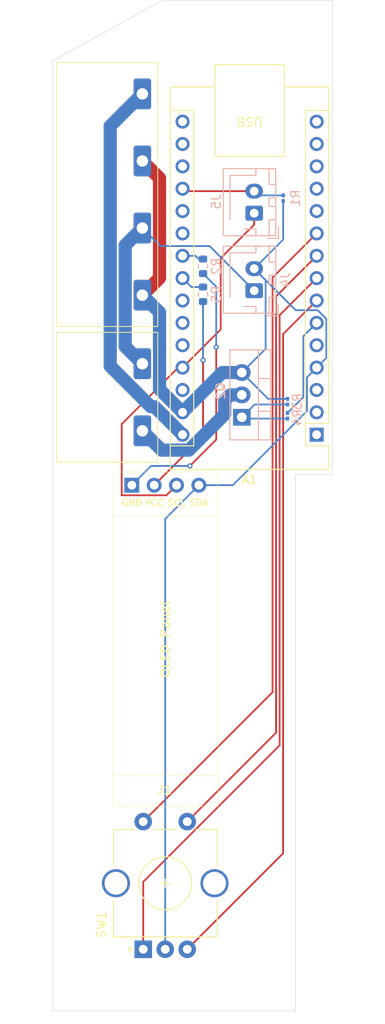
<source format=kicad_pcb>
(kicad_pcb (version 20241229) (generator "pcbnew") (generator_version "9.0")
  (layers (0 "F.Cu" signal) (2 "B.Cu" signal) (13 "F.Paste" user) (15 "B.Paste" user) (5 "F.SilkS" user "F.Silkscreen") (7 "B.SilkS" user "B.Silkscreen") (1 "F.Mask" user) (3 "B.Mask" user) (25 "Edge.Cuts" user))
  (net 0 "")
  (net 3 "GND")
  (net 5 "/Thermistor")
  (net 6 "/EC11SWA")
  (net 7 "/EC11B")
  (net 8 "/EC11SWB")
  (net 14 "+12V")
  (net 16 "/SCL")
  (net 17 "/EC11A")
  (net 19 "/Heater")
  (net 22 "/SDA")
  (net 25 "+5V")
  (net 29 "/Heater GND")
  (net 30 "Net-(Q2-G)")
  (net 31 "+24V")
  (net 32 "Net-(A1-A4)")
  (net 33 "Net-(A1-A5)")
  (footprint "KICADCustom:SSD1306-0.91-OLED-4pin-128x32" (layer "F.Cu") (at 129.215 122.685 90)
    (property "Reference" "J1" (at 1.9 5.91 0) (layer "F.SilkS"))
    (property "Value" "0.91in OLED Display")
    (fp_line (start 38 0) (end 0 0) (stroke (width 0.04)) (layer "F.SilkS"))
    (fp_line (start 33 0) (end 33 12) (stroke (width 0.04)) (layer "F.SilkS"))
    (fp_line (start 3.5 0) (end 3.5 12) (stroke (width 0.04)) (layer "F.SilkS"))
    (fp_line (start 0 0) (end 0 12) (stroke (width 0.04)) (layer "F.SilkS"))
    (fp_line (start 38 12) (end 38 0) (stroke (width 0.04)) (layer "F.SilkS"))
    (fp_line (start 0 12) (end 38 12) (stroke (width 0.04)) (layer "F.SilkS"))
    (fp_text user "VCC" (at 34.5 4.73 0) (layer "F.SilkS") (effects (font (size 0.75 0.75))))
    (fp_text user "GND" (at 34.5 2.19 0) (layer "F.SilkS") (effects (font (size 0.75 0.75))))
    (fp_text user "OLED Panel" (at 19 6 90) (layer "F.SilkS"))
    (fp_text user "SDA" (at 34.5 9.81 0) (layer "F.SilkS") (effects (font (size 0.75 0.75))))
    (fp_text user "SCL" (at 34.5 7.27 0) (layer "F.SilkS") (effects (font (size 0.75 0.75))))
    (pad "1" thru_hole rect (at 36.5 2.19 90) (size 1.7 1.7) (drill 1) (layers "*.Cu" "*.Mask") (net 22 "/SDA"))
    (pad "2" thru_hole oval (at 36.5 4.73 90) (size 1.7 1.7) (drill 1) (layers "*.Cu" "*.Mask") (net 16 "/SCL"))
    (pad "3" thru_hole oval (at 36.5 7.27 90) (size 1.7 1.7) (drill 1) (layers "*.Cu" "*.Mask") (net 25 "+5V"))
    (pad "4" thru_hole oval (at 36.5 9.81 90) (size 1.7 1.7) (drill 1) (layers "*.Cu" "*.Mask") (net 3 "GND"))
  )
  (footprint "MountingHole:MountingHole_3.2mm_M3" (layer "F.Cu") (at 146.5 142.4)
    (property "Reference" "REF**" (hide yes))
    (property "Value" "MountingHole_3.2mm_M3")
    (pad "" np_thru_hole circle (at 0 0) (size 3.2 3.2) (drill 3.2) (layers "*.Cu" "*.Mask"))
  )
  (footprint "Rotary_Encoder:RotaryEncoder_Alps_EC11E-Switch_Vertical_H20mm_CircularMountingHoles" (layer "F.Cu") (at 132.7 138.9 90)
    (property "Reference" "SW1" (at 2.8 -4.7 90) (layer "F.SilkS"))
    (property "Value" "EC11 RotaryEncoder_Switch")
    (fp_line (start 13.6 -3.4) (end 13.6 -1) (stroke (width 0.12)) (layer "F.SilkS"))
    (fp_line (start 9.5 -3.4) (end 13.6 -3.4) (stroke (width 0.12)) (layer "F.SilkS"))
    (fp_line (start 5.5 -3.4) (end 1.4 -3.4) (stroke (width 0.12)) (layer "F.SilkS"))
    (fp_line (start 1.4 -3.4) (end 1.4 8.4) (stroke (width 0.12)) (layer "F.SilkS"))
    (fp_line (start 0.3 -1.6) (end 0 -1.3) (stroke (width 0.12)) (layer "F.SilkS"))
    (fp_line (start -0.3 -1.6) (end 0.3 -1.6) (stroke (width 0.12)) (layer "F.SilkS"))
    (fp_line (start 0 -1.3) (end -0.3 -1.6) (stroke (width 0.12)) (layer "F.SilkS"))
    (fp_line (start 13.6 1.2) (end 13.6 3.8) (stroke (width 0.12)) (layer "F.SilkS"))
    (fp_line (start 7.5 2) (end 7.5 3) (stroke (width 0.12)) (layer "F.SilkS"))
    (fp_line (start 7 2.5) (end 8 2.5) (stroke (width 0.12)) (layer "F.SilkS"))
    (fp_line (start 13.6 6) (end 13.6 8.4) (stroke (width 0.12)) (layer "F.SilkS"))
    (fp_line (start 13.6 8.4) (end 9.5 8.4) (stroke (width 0.12)) (layer "F.SilkS"))
    (fp_line (start 5.5 8.4) (end 1.4 8.4) (stroke (width 0.12)) (layer "F.SilkS"))
    (fp_circle (center 7.5 2.5) (end 10.5 2.5) (stroke (width 0.12)) (fill no) (layer "F.SilkS"))
    (pad "A" thru_hole rect (at 0 0 90) (size 2 2) (drill 1) (layers "*.Cu" "*.Mask") (net 17 "/EC11A"))
    (pad "B" thru_hole circle (at 0 5 90) (size 2 2) (drill 1) (layers "*.Cu" "*.Mask") (net 7 "/EC11B"))
    (pad "C" thru_hole circle (at 0 2.5 90) (size 2 2) (drill 1) (layers "*.Cu" "*.Mask") (net 3 "GND"))
    (pad "MP" thru_hole circle (at 7.5 -3.1 90) (size 3.2 3.2) (drill 2.6) (layers "*.Cu" "*.Mask"))
    (pad "MP" thru_hole circle (at 7.5 8.1 90) (size 3.2 3.2) (drill 2.6) (layers "*.Cu" "*.Mask"))
    (pad "S1" thru_hole circle (at 14.5 5 90) (size 2 2) (drill 1) (layers "*.Cu" "*.Mask") (net 6 "/EC11SWA"))
    (pad "S2" thru_hole circle (at 14.5 0 90) (size 2 2) (drill 1) (layers "*.Cu" "*.Mask") (net 8 "/EC11SWB"))
  )
  (footprint "MountingHole:MountingHole_3.2mm_M3" (layer "F.Cu") (at 136.3 34.6)
    (property "Reference" "REF**" (hide yes))
    (property "Value" "MountingHole_3.2mm_M3")
    (pad "" np_thru_hole circle (at 0 0) (size 3.2 3.2) (drill 3.2) (layers "*.Cu" "*.Mask"))
  )
  (footprint "KICADCustom:Screw Terminal 2 Pin 7.62mmP" (layer "F.Cu") (at 132.6 72.39 -90)
    (property "Reference" "J6" (hide yes))
    (property "Value" "Screw_Terminal_01x02")
    (fp_rect (start -3.56 -1.75) (end 11.18 9.75) (stroke (width 0.1)) (fill no) (layer "F.SilkS"))
    (pad "1" thru_hole roundrect (at 0 0 270) (size 3.5 2) (drill 1.3) (layers "*.Cu" "*.Mask") (roundrect_rratio 0.15) (net 31 "+24V"))
    (pad "2" thru_hole roundrect (at 7.62 0 270) (size 3.5 2) (drill 1.3) (layers "*.Cu" "*.Mask") (roundrect_rratio 0.15) (net 29 "/Heater GND"))
  )
  (footprint "MountingHole:MountingHole_3.2mm_M3" (layer "F.Cu") (at 150.7 34.6)
    (property "Reference" "REF**" (hide yes))
    (property "Value" "MountingHole_3.2mm_M3")
    (pad "" np_thru_hole circle (at 0 0) (size 3.2 3.2) (drill 3.2) (layers "*.Cu" "*.Mask"))
  )
  (footprint "MountingHole:MountingHole_3.2mm_M3" (layer "F.Cu") (at 125.9 142.4)
    (property "Reference" "REF**" (hide yes))
    (property "Value" "MountingHole_3.2mm_M3")
    (pad "" np_thru_hole circle (at 0 0) (size 3.2 3.2) (drill 3.2) (layers "*.Cu" "*.Mask"))
  )
  (footprint "KICADCustom:Screw Terminal 4 Pin 7.62mmP" (layer "F.Cu") (at 132.6 41.74 -90)
    (property "Reference" "J2" (hide yes))
    (property "Value" "Screw_Terminal_01x04 IN")
    (fp_rect (start -3.56 -1.75) (end 26.42 9.75) (stroke (width 0.1)) (fill no) (layer "F.SilkS"))
    (pad "1" thru_hole roundrect (at 0 0 270) (size 3.5 2) (drill 1.3) (layers "*.Cu" "*.Mask") (roundrect_rratio 0.15) (net 14 "+12V"))
    (pad "2" thru_hole roundrect (at 7.62 0 270) (size 3.5 2) (drill 1.3) (layers "*.Cu" "*.Mask") (roundrect_rratio 0.15) (net 3 "GND"))
    (pad "3" thru_hole roundrect (at 15.24 0 270) (size 3.5 2) (drill 1.3) (layers "*.Cu" "*.Mask") (roundrect_rratio 0.15) (net 31 "+24V"))
    (pad "4" thru_hole roundrect (at 22.86 0 270) (size 3.5 2) (drill 1.3) (layers "*.Cu" "*.Mask") (roundrect_rratio 0.15) (net 3 "GND"))
  )
  (footprint "Module:Arduino_Nano" (layer "F.Cu") (at 152.41 80.45 180)
    (property "Reference" "A1" (at 7.62 -5.08 0) (layer "F.SilkS"))
    (property "Value" "Arduino_Nano_v3.x")
    (fp_line (start 16.64 39.5) (end 16.64 -3.94) (stroke (width 0.12)) (layer "F.SilkS"))
    (fp_line (start 16.64 39.5) (end 11.56 39.5) (stroke (width 0.12)) (layer "F.SilkS"))
    (fp_line (start 16.64 -3.94) (end -1.4 -3.94) (stroke (width 0.12)) (layer "F.SilkS"))
    (fp_line (start 13.97 36.83) (end 16.64 36.83) (stroke (width 0.12)) (layer "F.SilkS"))
    (fp_line (start 13.97 -1.27) (end 16.64 -1.27) (stroke (width 0.12)) (layer "F.SilkS"))
    (fp_line (start 13.97 -1.27) (end 13.97 36.83) (stroke (width 0.12)) (layer "F.SilkS"))
    (fp_line (start 11.56 42.04) (end 3.68 42.04) (stroke (width 0.12)) (layer "F.SilkS"))
    (fp_line (start 11.56 31.62) (end 11.56 42.04) (stroke (width 0.12)) (layer "F.SilkS"))
    (fp_line (start 3.68 42.04) (end 3.68 31.62) (stroke (width 0.12)) (layer "F.SilkS"))
    (fp_line (start 3.68 31.62) (end 11.56 31.62) (stroke (width 0.12)) (layer "F.SilkS"))
    (fp_line (start 1.27 36.83) (end -1.4 36.83) (stroke (width 0.12)) (layer "F.SilkS"))
    (fp_line (start 1.27 1.27) (end 1.27 36.83) (stroke (width 0.12)) (layer "F.SilkS"))
    (fp_line (start 1.27 1.27) (end 1.27 -1.27) (stroke (width 0.12)) (layer "F.SilkS"))
    (fp_line (start 1.27 1.27) (end -1.4 1.27) (stroke (width 0.12)) (layer "F.SilkS"))
    (fp_line (start 1.27 -1.27) (end -1.4 -1.27) (stroke (width 0.12)) (layer "F.SilkS"))
    (fp_line (start -1.4 39.5) (end 3.68 39.5) (stroke (width 0.12)) (layer "F.SilkS"))
    (fp_line (start -1.4 1.27) (end -1.4 39.5) (stroke (width 0.12)) (layer "F.SilkS"))
    (fp_line (start -1.4 -3.94) (end -1.4 -1.27) (stroke (width 0.12)) (layer "F.SilkS"))
    (fp_text user "USB" (at 7.62 35.56 180) (layer "F.SilkS"))
    (pad "1" thru_hole rect (at 0 0 180) (size 1.6 1.6) (drill 1) (layers "*.Cu" "*.Mask"))
    (pad "2" thru_hole oval (at 0 2.54 180) (size 1.6 1.6) (drill 1) (layers "*.Cu" "*.Mask"))
    (pad "3" thru_hole oval (at 0 5.08 180) (size 1.6 1.6) (drill 1) (layers "*.Cu" "*.Mask"))
    (pad "4" thru_hole oval (at 0 7.62 180) (size 1.6 1.6) (drill 1) (layers "*.Cu" "*.Mask") (net 3 "GND"))
    (pad "5" thru_hole oval (at 0 10.16 180) (size 1.6 1.6) (drill 1) (layers "*.Cu" "*.Mask"))
    (pad "6" thru_hole oval (at 0 12.7 180) (size 1.6 1.6) (drill 1) (layers "*.Cu" "*.Mask") (net 19 "/Heater"))
    (pad "7" thru_hole oval (at 0 15.24 180) (size 1.6 1.6) (drill 1) (layers "*.Cu" "*.Mask") (net 7 "/EC11B"))
    (pad "8" thru_hole oval (at 0 17.78 180) (size 1.6 1.6) (drill 1) (layers "*.Cu" "*.Mask") (net 17 "/EC11A"))
    (pad "9" thru_hole oval (at 0 20.32 180) (size 1.6 1.6) (drill 1) (layers "*.Cu" "*.Mask") (net 6 "/EC11SWA"))
    (pad "10" thru_hole oval (at 0 22.86 180) (size 1.6 1.6) (drill 1) (layers "*.Cu" "*.Mask") (net 8 "/EC11SWB"))
    (pad "11" thru_hole oval (at 0 25.4 180) (size 1.6 1.6) (drill 1) (layers "*.Cu" "*.Mask"))
    (pad "12" thru_hole oval (at 0 27.94 180) (size 1.6 1.6) (drill 1) (layers "*.Cu" "*.Mask"))
    (pad "13" thru_hole oval (at 0 30.48 180) (size 1.6 1.6) (drill 1) (layers "*.Cu" "*.Mask"))
    (pad "14" thru_hole oval (at 0 33.02 180) (size 1.6 1.6) (drill 1) (layers "*.Cu" "*.Mask"))
    (pad "15" thru_hole oval (at 0 35.56 180) (size 1.6 1.6) (drill 1) (layers "*.Cu" "*.Mask"))
    (pad "16" thru_hole oval (at 15.24 35.56 180) (size 1.6 1.6) (drill 1) (layers "*.Cu" "*.Mask"))
    (pad "17" thru_hole oval (at 15.24 33.02 180) (size 1.6 1.6) (drill 1) (layers "*.Cu" "*.Mask"))
    (pad "18" thru_hole oval (at 15.24 30.48 180) (size 1.6 1.6) (drill 1) (layers "*.Cu" "*.Mask"))
    (pad "19" thru_hole oval (at 15.24 27.94 180) (size 1.6 1.6) (drill 1) (layers "*.Cu" "*.Mask") (net 5 "/Thermistor"))
    (pad "20" thru_hole oval (at 15.24 25.4 180) (size 1.6 1.6) (drill 1) (layers "*.Cu" "*.Mask"))
    (pad "21" thru_hole oval (at 15.24 22.86 180) (size 1.6 1.6) (drill 1) (layers "*.Cu" "*.Mask"))
    (pad "22" thru_hole oval (at 15.24 20.32 180) (size 1.6 1.6) (drill 1) (layers "*.Cu" "*.Mask"))
    (pad "23" thru_hole oval (at 15.24 17.78 180) (size 1.6 1.6) (drill 1) (layers "*.Cu" "*.Mask") (net 32 "Net-(A1-A4)"))
    (pad "24" thru_hole oval (at 15.24 15.24 180) (size 1.6 1.6) (drill 1) (layers "*.Cu" "*.Mask") (net 33 "Net-(A1-A5)"))
    (pad "25" thru_hole oval (at 15.24 12.7 180) (size 1.6 1.6) (drill 1) (layers "*.Cu" "*.Mask"))
    (pad "26" thru_hole oval (at 15.24 10.16 180) (size 1.6 1.6) (drill 1) (layers "*.Cu" "*.Mask"))
    (pad "27" thru_hole oval (at 15.24 7.62 180) (size 1.6 1.6) (drill 1) (layers "*.Cu" "*.Mask") (net 25 "+5V"))
    (pad "28" thru_hole oval (at 15.24 5.08 180) (size 1.6 1.6) (drill 1) (layers "*.Cu" "*.Mask"))
    (pad "29" thru_hole oval (at 15.24 2.54 180) (size 1.6 1.6) (drill 1) (layers "*.Cu" "*.Mask") (net 3 "GND"))
    (pad "30" thru_hole oval (at 15.24 0 180) (size 1.6 1.6) (drill 1) (layers "*.Cu" "*.Mask") (net 14 "+12V"))
  )
  (footprint "Resistor_SMD:R_0201_0603Metric" (layer "B.Cu") (at 149.1 78.3 -90)
    (property "Reference" "R4" (at 0.2 -1.1 90) (layer "B.SilkS") (effects (justify mirror)))
    (property "Value" "R220")
    (pad "1" smd roundrect (at -0.32 0 270) (size 0.46 0.4) (layers "B.Cu" "B.Mask") (net 19 "/Heater"))
    (pad "2" smd roundrect (at 0.32 0 270) (size 0.46 0.4) (layers "B.Cu" "B.Mask") (net 30 "Net-(Q2-G)"))
  )
  (footprint "Resistor_SMD:R_0603_1608Metric" (layer "B.Cu") (at 139.5 61.325 -90)
    (property "Reference" "R2" (at 0 -1.5 270) (layer "B.SilkS") (effects (justify mirror)))
    (property "Value" "4.7K")
    (fp_line (start -0.237258 0.5225) (end 0.237258 0.5225) (stroke (width 0.12)) (layer "B.SilkS"))
    (fp_line (start -0.237258 -0.5225) (end 0.237258 -0.5225) (stroke (width 0.12)) (layer "B.SilkS"))
    (pad "1" smd roundrect (at -0.825 0 270) (size 0.8 0.95) (layers "B.Cu" "B.Mask" "B.Paste") (net 32 "Net-(A1-A4)"))
    (pad "2" smd roundrect (at 0.825 0 270) (size 0.8 0.95) (layers "B.Cu" "B.Mask" "B.Paste") (net 22 "/SDA"))
  )
  (footprint "Package_TO_SOT_THT:TO-220-3_Vertical" (layer "B.Cu") (at 143.91 78.47 90)
    (property "Reference" "Q2" (at 2.97 -2.41 90) (layer "B.SilkS") (effects (justify mirror)))
    (property "Value" "IRLZ34N")
    (fp_line (start -2.57 -1.36) (end 7.65 -1.36) (stroke (width 0.12)) (layer "B.SilkS"))
    (fp_line (start -2.57 1.88) (end 7.65 1.88) (stroke (width 0.12)) (layer "B.SilkS"))
    (fp_line (start 7.65 3.26) (end 7.65 -1.36) (stroke (width 0.12)) (layer "B.SilkS"))
    (fp_line (start 4.39 3.26) (end 4.39 1.88) (stroke (width 0.12)) (layer "B.SilkS"))
    (fp_line (start 0.69 3.26) (end 0.69 1.88) (stroke (width 0.12)) (layer "B.SilkS"))
    (fp_line (start -2.57 3.26) (end -2.57 -1.36) (stroke (width 0.12)) (layer "B.SilkS"))
    (fp_line (start -2.57 3.26) (end 7.65 3.26) (stroke (width 0.12)) (layer "B.SilkS"))
    (pad "1" thru_hole rect (at 0 0 90) (size 1.905 2) (drill 1.1) (layers "*.Cu" "*.Mask") (net 30 "Net-(Q2-G)"))
    (pad "2" thru_hole oval (at 2.54 0 90) (size 1.905 2) (drill 1.1) (layers "*.Cu" "*.Mask") (net 29 "/Heater GND"))
    (pad "3" thru_hole oval (at 5.08 0 90) (size 1.905 2) (drill 1.1) (layers "*.Cu" "*.Mask") (net 3 "GND"))
  )
  (footprint "Resistor_SMD:R_0201_0603Metric" (layer "B.Cu") (at 148.61 53.59 90)
    (property "Reference" "R1" (at 0 1.39 90) (layer "B.SilkS") (effects (justify mirror)))
    (property "Value" "R100k")
    (pad "1" smd roundrect (at -0.32 0 90) (size 0.46 0.4) (layers "B.Cu" "B.Mask") (net 3 "GND"))
    (pad "2" smd roundrect (at 0.32 0 90) (size 0.46 0.4) (layers "B.Cu" "B.Mask") (net 5 "/Thermistor"))
  )
  (footprint "Resistor_SMD:R_0201_0603Metric" (layer "B.Cu") (at 149.1 76.7 -90)
    (property "Reference" "R3" (at 0 -1.1 90) (layer "B.SilkS") (effects (justify mirror)))
    (property "Value" "R10k")
    (pad "1" smd roundrect (at -0.32 0 270) (size 0.46 0.4) (layers "B.Cu" "B.Mask") (net 3 "GND"))
    (pad "2" smd roundrect (at 0.32 0 270) (size 0.46 0.4) (layers "B.Cu" "B.Mask") (net 30 "Net-(Q2-G)"))
  )
  (footprint "Connector_JST:JST_XH_B2B-XH-AM_1x02_P2.50mm_Vertical" (layer "B.Cu") (at 145.31 64.09 90)
    (property "Reference" "J4" (at 1.25 3.55 90) (layer "B.SilkS") (effects (justify mirror)))
    (property "Value" "24V Fan")
    (fp_line (start 5.06 -3.51) (end 5.06 2.46) (stroke (width 0.12)) (layer "B.SilkS"))
    (fp_line (start -2.56 -3.51) (end 5.06 -3.51) (stroke (width 0.12)) (layer "B.SilkS"))
    (fp_line (start 4.3 -2.75) (end 1.25 -2.75) (stroke (width 0.12)) (layer "B.SilkS"))
    (fp_line (start 1.25 -2.75) (end -0.74 -2.75) (stroke (width 0.12)) (layer "B.SilkS"))
    (fp_line (start 5.05 0.2) (end 4.3 0.2) (stroke (width 0.12)) (layer "B.SilkS"))
    (fp_line (start 4.3 0.2) (end 4.3 -2.75) (stroke (width 0.12)) (layer "B.SilkS"))
    (fp_line (start -1.8 0.2) (end -1.8 -1.14) (stroke (width 0.12)) (layer "B.SilkS"))
    (fp_line (start -2.55 0.2) (end -1.8 0.2) (stroke (width 0.12)) (layer "B.SilkS"))
    (fp_line (start 5.05 1.7) (end 5.05 2.45) (stroke (width 0.12)) (layer "B.SilkS"))
    (fp_line (start 3.25 1.7) (end 5.05 1.7) (stroke (width 0.12)) (layer "B.SilkS"))
    (fp_line (start 1.75 1.7) (end 1.75 2.45) (stroke (width 0.12)) (layer "B.SilkS"))
    (fp_line (start 0.75 1.7) (end 1.75 1.7) (stroke (width 0.12)) (layer "B.SilkS"))
    (fp_line (start -0.75 1.7) (end -0.75 2.45) (stroke (width 0.12)) (layer "B.SilkS"))
    (fp_line (start -2.55 1.7) (end -0.75 1.7) (stroke (width 0.12)) (layer "B.SilkS"))
    (fp_line (start 5.05 2.45) (end 3.25 2.45) (stroke (width 0.12)) (layer "B.SilkS"))
    (fp_line (start 3.25 2.45) (end 3.25 1.7) (stroke (width 0.12)) (layer "B.SilkS"))
    (fp_line (start 1.75 2.45) (end 0.75 2.45) (stroke (width 0.12)) (layer "B.SilkS"))
    (fp_line (start 0.75 2.45) (end 0.75 1.7) (stroke (width 0.12)) (layer "B.SilkS"))
    (fp_line (start -0.75 2.45) (end -2.55 2.45) (stroke (width 0.12)) (layer "B.SilkS"))
    (fp_line (start -2.55 2.45) (end -2.55 1.7) (stroke (width 0.12)) (layer "B.SilkS"))
    (fp_line (start 5.06 2.46) (end -2.56 2.46) (stroke (width 0.12)) (layer "B.SilkS"))
    (fp_line (start -2.56 2.46) (end -2.56 -3.51) (stroke (width 0.12)) (layer "B.SilkS"))
    (fp_line (start -1.6 2.75) (end -2.85 2.75) (stroke (width 0.12)) (layer "B.SilkS"))
    (fp_line (start -2.85 2.75) (end -2.85 1.5) (stroke (width 0.12)) (layer "B.SilkS"))
    (pad "" np_thru_hole circle (at -1.6 -2 90) (size 1.2 1.2) (drill 1.2) (layers "*.Cu" "*.Mask"))
    (pad "1" thru_hole roundrect (at 0 0 90) (size 1.7 2) (drill 1) (layers "*.Cu" "*.Mask") (roundrect_rratio 0.147059) (net 31 "+24V"))
    (pad "2" thru_hole oval (at 2.5 0 90) (size 1.7 2) (drill 1) (layers "*.Cu" "*.Mask") (net 3 "GND"))
  )
  (footprint "Connector_JST:JST_XH_B2B-XH-AM_1x02_P2.50mm_Vertical" (layer "B.Cu") (at 145.31 55.29 90)
    (property "Reference" "J5" (at 1.29 -4.31 90) (layer "B.SilkS") (effects (justify mirror)))
    (property "Value" "Thermistor")
    (fp_line (start 5.06 -3.51) (end 5.06 2.46) (stroke (width 0.12)) (layer "B.SilkS"))
    (fp_line (start -2.56 -3.51) (end 5.06 -3.51) (stroke (width 0.12)) (layer "B.SilkS"))
    (fp_line (start 4.3 -2.75) (end 1.25 -2.75) (stroke (width 0.12)) (layer "B.SilkS"))
    (fp_line (start 1.25 -2.75) (end -0.74 -2.75) (stroke (width 0.12)) (layer "B.SilkS"))
    (fp_line (start 5.05 0.2) (end 4.3 0.2) (stroke (width 0.12)) (layer "B.SilkS"))
    (fp_line (start 4.3 0.2) (end 4.3 -2.75) (stroke (width 0.12)) (layer "B.SilkS"))
    (fp_line (start -1.8 0.2) (end -1.8 -1.14) (stroke (width 0.12)) (layer "B.SilkS"))
    (fp_line (start -2.55 0.2) (end -1.8 0.2) (stroke (width 0.12)) (layer "B.SilkS"))
    (fp_line (start 5.05 1.7) (end 5.05 2.45) (stroke (width 0.12)) (layer "B.SilkS"))
    (fp_line (start 3.25 1.7) (end 5.05 1.7) (stroke (width 0.12)) (layer "B.SilkS"))
    (fp_line (start 1.75 1.7) (end 1.75 2.45) (stroke (width 0.12)) (layer "B.SilkS"))
    (fp_line (start 0.75 1.7) (end 1.75 1.7) (stroke (width 0.12)) (layer "B.SilkS"))
    (fp_line (start -0.75 1.7) (end -0.75 2.45) (stroke (width 0.12)) (layer "B.SilkS"))
    (fp_line (start -2.55 1.7) (end -0.75 1.7) (stroke (width 0.12)) (layer "B.SilkS"))
    (fp_line (start 5.05 2.45) (end 3.25 2.45) (stroke (width 0.12)) (layer "B.SilkS"))
    (fp_line (start 3.25 2.45) (end 3.25 1.7) (stroke (width 0.12)) (layer "B.SilkS"))
    (fp_line (start 1.75 2.45) (end 0.75 2.45) (stroke (width 0.12)) (layer "B.SilkS"))
    (fp_line (start 0.75 2.45) (end 0.75 1.7) (stroke (width 0.12)) (layer "B.SilkS"))
    (fp_line (start -0.75 2.45) (end -2.55 2.45) (stroke (width 0.12)) (layer "B.SilkS"))
    (fp_line (start -2.55 2.45) (end -2.55 1.7) (stroke (width 0.12)) (layer "B.SilkS"))
    (fp_line (start 5.06 2.46) (end -2.56 2.46) (stroke (width 0.12)) (layer "B.SilkS"))
    (fp_line (start -2.56 2.46) (end -2.56 -3.51) (stroke (width 0.12)) (layer "B.SilkS"))
    (fp_line (start -1.6 2.75) (end -2.85 2.75) (stroke (width 0.12)) (layer "B.SilkS"))
    (fp_line (start -2.85 2.75) (end -2.85 1.5) (stroke (width 0.12)) (layer "B.SilkS"))
    (pad "" np_thru_hole circle (at -1.6 -2 90) (size 1.2 1.2) (drill 1.2) (layers "*.Cu" "*.Mask"))
    (pad "1" thru_hole roundrect (at 0 0 90) (size 1.7 2) (drill 1) (layers "*.Cu" "*.Mask") (roundrect_rratio 0.147059) (net 25 "+5V"))
    (pad "2" thru_hole oval (at 2.5 0 90) (size 1.7 2) (drill 1) (layers "*.Cu" "*.Mask") (net 5 "/Thermistor"))
  )
  (footprint "Resistor_SMD:R_0603_1608Metric" (layer "B.Cu") (at 139.5 64.5 -90)
    (property "Reference" "R5" (at 0 -1.5 270) (layer "B.SilkS") (effects (justify mirror)))
    (property "Value" "4.7K")
    (fp_line (start -0.237258 0.5225) (end 0.237258 0.5225) (stroke (width 0.12)) (layer "B.SilkS"))
    (fp_line (start -0.237258 -0.5225) (end 0.237258 -0.5225) (stroke (width 0.12)) (layer "B.SilkS"))
    (pad "1" smd roundrect (at -0.825 0 270) (size 0.8 0.95) (layers "B.Cu" "B.Mask" "B.Paste") (net 33 "Net-(A1-A5)"))
    (pad "2" smd roundrect (at 0.825 0 270) (size 0.8 0.95) (layers "B.Cu" "B.Mask" "B.Paste") (net 16 "/SCL"))
  )
  (gr_poly (pts (xy 122.4 145.9) (xy 122.4 38) (xy 134.9 31.1) (xy 154.2 31.1) (xy 154.2 85) (xy 150 85) (xy 150 145.9)) (stroke (width 0.05)) (fill no) (layer "Edge.Cuts"))
  (segment (start 134.551 62.649) (end 132.6 64.6) (width 1.5) (layer "F.Cu") (net 3))
  (segment (start 132.6 49.36) (end 134.551 51.311) (width 1.5) (layer "F.Cu") (net 3))
  (segment (start 134.551 51.311) (end 134.551 62.649) (width 1.5) (layer "F.Cu") (net 3))
  (segment (start 135.2 90.01) (end 139.025 86.185) (width 0.2) (layer "B.Cu") (net 3))
  (segment (start 151.309 73.931) (end 152.41 72.83) (width 0.2) (layer "B.Cu") (net 3))
  (segment (start 142.88987 86.185) (end 151.309 77.76587) (width 0.2) (layer "B.Cu") (net 3))
  (segment (start 148.61 53.91) (end 148.61 58.29) (width 0.2) (layer "B.Cu") (net 3))
  (segment (start 153.511 67.29395) (end 152.52805 66.311) (width 0.2) (layer "B.Cu") (net 3))
  (segment (start 134.551 75.291) (end 137.17 77.91) (width 1.5) (layer "B.Cu") (net 3))
  (segment (start 151.309 77.76587) (end 151.309 73.931) (width 0.2) (layer "B.Cu") (net 3))
  (segment (start 152.41 72.83) (end 153.511 71.729) (width 0.2) (layer "B.Cu") (net 3))
  (segment (start 137.17 77.91) (end 141.69 73.39) (width 1.5) (layer "B.Cu") (net 3))
  (segment (start 152.52805 66.311) (end 150.031 66.311) (width 0.2) (layer "B.Cu") (net 3))
  (segment (start 145.31 61.59) (end 146.611 62.891) (width 0.2) (layer "B.Cu") (net 3))
  (segment (start 139.025 86.185) (end 142.88987 86.185) (width 0.2) (layer "B.Cu") (net 3))
  (segment (start 134.551 66.551) (end 134.551 75.291) (width 1.5) (layer "B.Cu") (net 3))
  (segment (start 132.6 64.6) (end 134.551 66.551) (width 1.5) (layer "B.Cu") (net 3))
  (segment (start 146.611 70.689) (end 143.91 73.39) (width 0.2) (layer "B.Cu") (net 3))
  (segment (start 153.511 71.729) (end 153.511 67.29395) (width 0.2) (layer "B.Cu") (net 3))
  (segment (start 135.2 138.9) (end 135.2 90.01) (width 0.2) (layer "B.Cu") (net 3))
  (segment (start 148.61 58.29) (end 145.31 61.59) (width 0.2) (layer "B.Cu") (net 3))
  (segment (start 141.69 73.39) (end 143.91 73.39) (width 1.5) (layer "B.Cu") (net 3))
  (segment (start 150.031 66.311) (end 145.31 61.59) (width 0.2) (layer "B.Cu") (net 3))
  (segment (start 146.611 62.891) (end 146.611 70.689) (width 0.2) (layer "B.Cu") (net 3))
  (segment (start 146.9 76.38) (end 143.91 73.39) (width 0.2) (layer "B.Cu") (net 3))
  (segment (start 149.1 76.38) (end 146.9 76.38) (width 0.2) (layer "B.Cu") (net 3))
  (segment (start 145.31 52.79) (end 137.45 52.79) (width 0.2) (layer "F.Cu") (net 5))
  (segment (start 137.45 52.79) (end 137.17 52.51) (width 0.2) (layer "F.Cu") (net 5))
  (segment (start 148.61 53.27) (end 145.79 53.27) (width 0.2) (layer "B.Cu") (net 5))
  (segment (start 147.801 64.739) (end 152.41 60.13) (width 0.2) (layer "F.Cu") (net 6))
  (segment (start 147.801 114.299) (end 147.801 64.739) (width 0.2) (layer "F.Cu") (net 6))
  (segment (start 137.7 124.4) (end 147.801 114.299) (width 0.2) (layer "F.Cu") (net 6))
  (segment (start 137.7 138.9) (end 148.6 128) (width 0.2) (layer "F.Cu") (net 7))
  (segment (start 148.6 115.906992) (end 148.603 115.903992) (width 0.2) (layer "F.Cu") (net 7))
  (segment (start 148.6 128) (end 148.6 115.906992) (width 0.2) (layer "F.Cu") (net 7))
  (segment (start 148.603 115.903992) (end 148.603 69.017) (width 0.2) (layer "F.Cu") (net 7))
  (segment (start 148.603 69.017) (end 152.41 65.21) (width 0.2) (layer "F.Cu") (net 7))
  (segment (start 132.7 124.4) (end 147.4 109.7) (width 0.2) (layer "F.Cu") (net 8))
  (segment (start 147.4 62.6) (end 152.41 57.59) (width 0.2) (layer "F.Cu") (net 8))
  (segment (start 147.4 109.7) (end 147.4 62.6) (width 0.2) (layer "F.Cu") (net 8))
  (segment (start 128.948 45.392) (end 128.948 72.657182) (width 1.5) (layer "B.Cu") (net 14))
  (segment (start 133.992789 77.272789) (end 137.17 80.45) (width 1.5) (layer "B.Cu") (net 14))
  (segment (start 132.6 41.74) (end 128.948 45.392) (width 1.5) (layer "B.Cu") (net 14))
  (segment (start 128.948 72.657182) (end 133.563607 77.272789) (width 1.5) (layer "B.Cu") (net 14))
  (segment (start 133.563607 77.272789) (end 133.992789 77.272789) (width 1.5) (layer "B.Cu") (net 14))
  (segment (start 139.5 80.63) (end 139.5 72) (width 0.2) (layer "F.Cu") (net 16))
  (segment (start 133.945 86.185) (end 139.5 80.63) (width 0.2) (layer "F.Cu") (net 16))
  (via (at 139.5 72) (size 0.6) (drill 0.3) (layers "F.Cu" "B.Cu") (net 16))
  (segment (start 139.5 72) (end 139.5 65.325) (width 0.2) (layer "B.Cu") (net 16))
  (segment (start 132.7 138.9) (end 132.7 131.239892) (width 0.2) (layer "F.Cu") (net 17))
  (segment (start 148.202 115.737892) (end 148.202 66.878) (width 0.2) (layer "F.Cu") (net 17))
  (segment (start 148.202 66.878) (end 152.41 62.67) (width 0.2) (layer "F.Cu") (net 17))
  (segment (start 132.7 131.239892) (end 148.202 115.737892) (width 0.2) (layer "F.Cu") (net 17))
  (segment (start 149.1 77.98) (end 150.9 76.18) (width 0.2) (layer "B.Cu") (net 19))
  (segment (start 150.9 69.26) (end 152.41 67.75) (width 0.2) (layer "B.Cu") (net 19))
  (segment (start 150.9 76.18) (end 150.9 69.26) (width 0.2) (layer "B.Cu") (net 19))
  (segment (start 141 80.999999) (end 138 83.999999) (width 0.2) (layer "F.Cu") (net 22))
  (segment (start 138 83.999999) (end 138 84) (width 0.2) (layer "F.Cu") (net 22))
  (segment (start 141 70.5) (end 141 80.999999) (width 0.2) (layer "F.Cu") (net 22))
  (via (at 141 70.5) (size 0.6) (drill 0.3) (layers "F.Cu" "B.Cu") (net 22))
  (via (at 138 84) (size 0.6) (drill 0.3) (layers "F.Cu" "B.Cu") (net 22))
  (segment (start 133.59 84) (end 131.405 86.185) (width 0.2) (layer "B.Cu") (net 22))
  (segment (start 141 63.65) (end 139.5 62.15) (width 0.2) (layer "B.Cu") (net 22))
  (segment (start 138 84) (end 133.59 84) (width 0.2) (layer "B.Cu") (net 22))
  (segment (start 141 70.5) (end 141 63.65) (width 0.2) (layer "B.Cu") (net 22))
  (segment (start 141.5 60.4) (end 141.5 68.5) (width 0.2) (layer "F.Cu") (net 25))
  (segment (start 130.254 87.336) (end 130.254 79.246) (width 0.2) (layer "F.Cu") (net 25))
  (segment (start 141.5 68.5) (end 137.17 72.83) (width 0.2) (layer "F.Cu") (net 25))
  (segment (start 135.334 87.336) (end 130.254 87.336) (width 0.2) (layer "F.Cu") (net 25))
  (segment (start 136.485 86.185) (end 135.334 87.336) (width 0.2) (layer "F.Cu") (net 25))
  (segment (start 130.254 79.246) (end 136.67 72.83) (width 0.2) (layer "F.Cu") (net 25))
  (segment (start 136.67 72.83) (end 137.17 72.83) (width 0.2) (layer "F.Cu") (net 25))
  (segment (start 145.31 55.29) (end 145.31 56.59) (width 0.2) (layer "F.Cu") (net 25))
  (segment (start 145.31 56.59) (end 141.5 60.4) (width 0.2) (layer "F.Cu") (net 25))
  (segment (start 141.959 78.137288) (end 141.959 76.5665) (width 1.5) (layer "B.Cu") (net 29))
  (segment (start 132.6 80.01) (end 134.791 82.201) (width 1.5) (layer "B.Cu") (net 29))
  (segment (start 141.959 76.5665) (end 142.5955 75.93) (width 1.5) (layer "B.Cu") (net 29))
  (segment (start 137.895288 82.201) (end 141.959 78.137288) (width 1.5) (layer "B.Cu") (net 29))
  (segment (start 134.791 82.201) (end 137.895288 82.201) (width 1.5) (layer "B.Cu") (net 29))
  (segment (start 142.5955 75.93) (end 143.91 75.93) (width 1.5) (layer "B.Cu") (net 29))
  (segment (start 144.06 78.62) (end 149.1 78.62) (width 0.2) (layer "B.Cu") (net 30))
  (segment (start 143.91 78.47) (end 144.06 78.62) (width 0.2) (layer "B.Cu") (net 30))
  (segment (start 145.36 77.02) (end 143.91 78.47) (width 0.2) (layer "B.Cu") (net 30))
  (segment (start 149.1 77.02) (end 145.36 77.02) (width 0.2) (layer "B.Cu") (net 30))
  (segment (start 145.31 64.09) (end 140.249 59.029) (width 0.2) (layer "B.Cu") (net 31))
  (segment (start 130.649 70.439) (end 130.649 58.931) (width 1.5) (layer "B.Cu") (net 31))
  (segment (start 134.649 59.029) (end 132.6 56.98) (width 0.2) (layer "B.Cu") (net 31))
  (segment (start 130.649 58.931) (end 132.6 56.98) (width 1.5) (layer "B.Cu") (net 31))
  (segment (start 140.249 59.029) (end 134.649 59.029) (width 0.2) (layer "B.Cu") (net 31))
  (segment (start 132.6 72.39) (end 130.649 70.439) (width 1.5) (layer "B.Cu") (net 31))
  (segment (start 138.175 63.675) (end 137.17 62.67) (width 0.2) (layer "B.Cu") (net 32))
  (segment (start 138.63 60.13) (end 137.17 60.13) (width 0.2) (layer "B.Cu") (net 32))
  (segment (start 139 60.5) (end 138.63 60.13) (width 0.2) (layer "B.Cu") (net 32))
  (segment (start 139.5 63.675) (end 138.175 63.675) (width 0.2) (layer "B.Cu") (net 32))
  (segment (start 139.5 60.5) (end 139 60.5) (width 0.2) (layer "B.Cu") (net 32))
)
</source>
